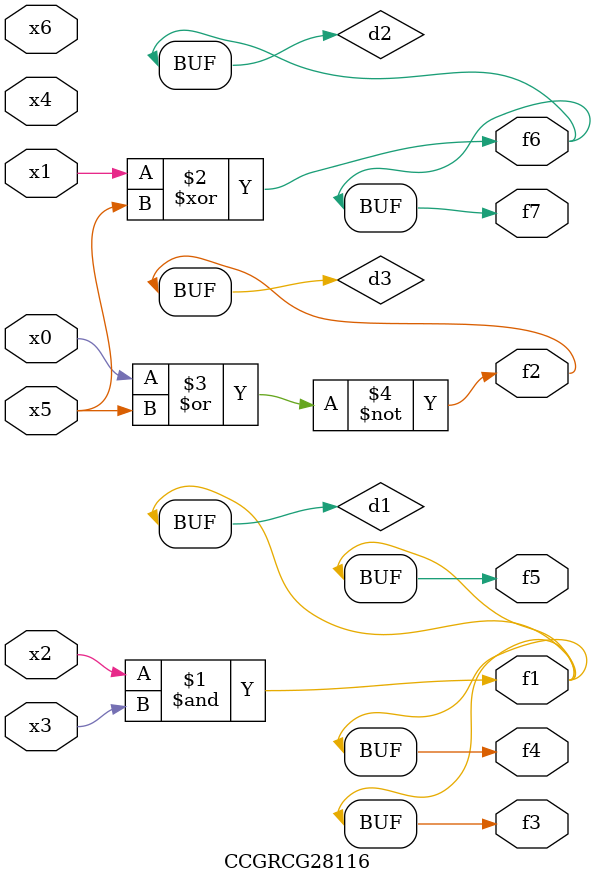
<source format=v>
module CCGRCG28116(
	input x0, x1, x2, x3, x4, x5, x6,
	output f1, f2, f3, f4, f5, f6, f7
);

	wire d1, d2, d3;

	and (d1, x2, x3);
	xor (d2, x1, x5);
	nor (d3, x0, x5);
	assign f1 = d1;
	assign f2 = d3;
	assign f3 = d1;
	assign f4 = d1;
	assign f5 = d1;
	assign f6 = d2;
	assign f7 = d2;
endmodule

</source>
